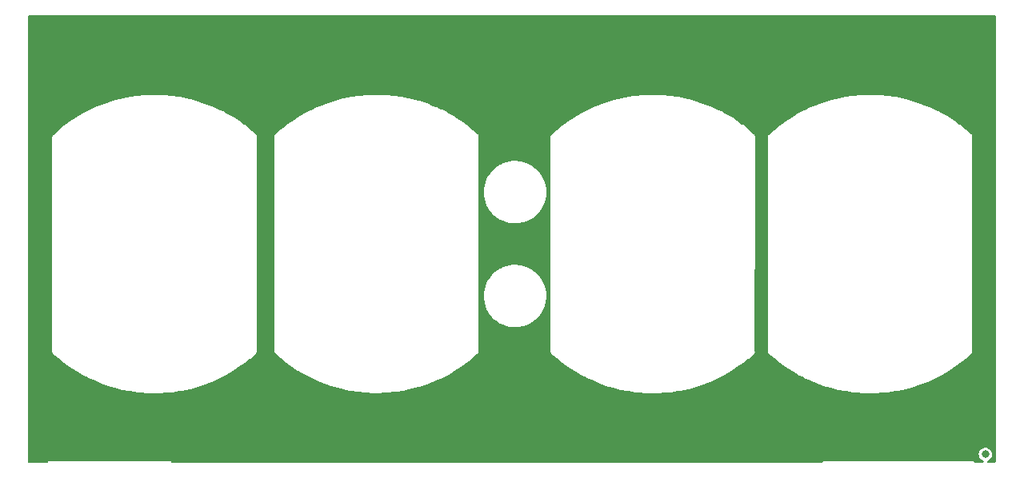
<source format=gbr>
G04 #@! TF.GenerationSoftware,KiCad,Pcbnew,(6.0.0)*
G04 #@! TF.CreationDate,2022-12-26T00:40:54+03:00*
G04 #@! TF.ProjectId,front panel,66726f6e-7420-4706-916e-656c2e6b6963,rev?*
G04 #@! TF.SameCoordinates,Original*
G04 #@! TF.FileFunction,Copper,L2,Bot*
G04 #@! TF.FilePolarity,Positive*
%FSLAX46Y46*%
G04 Gerber Fmt 4.6, Leading zero omitted, Abs format (unit mm)*
G04 Created by KiCad (PCBNEW (6.0.0)) date 2022-12-26 00:40:54*
%MOMM*%
%LPD*%
G01*
G04 APERTURE LIST*
G04 #@! TA.AperFunction,ViaPad*
%ADD10C,0.800000*%
G04 #@! TD*
G04 APERTURE END LIST*
D10*
X210200000Y-98800000D03*
G04 #@! TA.AperFunction,NonConductor*
G36*
X211242121Y-52320002D02*
G01*
X211288614Y-52373658D01*
X211300000Y-52426000D01*
X211300000Y-99574000D01*
X211279998Y-99642121D01*
X211226342Y-99688614D01*
X211174000Y-99700000D01*
X210500600Y-99700000D01*
X210432479Y-99679998D01*
X210385986Y-99626342D01*
X210375882Y-99556068D01*
X210405376Y-99491488D01*
X210443986Y-99461435D01*
X210583714Y-99391159D01*
X210590498Y-99387747D01*
X210719423Y-99277634D01*
X210818361Y-99139947D01*
X210826237Y-99120356D01*
X210878766Y-98989687D01*
X210878767Y-98989685D01*
X210881601Y-98982634D01*
X210905490Y-98814778D01*
X210905645Y-98800000D01*
X210903840Y-98785080D01*
X210886188Y-98639220D01*
X210885276Y-98631680D01*
X210825345Y-98473077D01*
X210729312Y-98333349D01*
X210717514Y-98322837D01*
X210608392Y-98225612D01*
X210608388Y-98225610D01*
X210602721Y-98220560D01*
X210452881Y-98141224D01*
X210288441Y-98099919D01*
X210280843Y-98099879D01*
X210280841Y-98099879D01*
X210203668Y-98099475D01*
X210118895Y-98099031D01*
X210111508Y-98100805D01*
X210111504Y-98100805D01*
X209968162Y-98135220D01*
X209954032Y-98138612D01*
X209947288Y-98142093D01*
X209947285Y-98142094D01*
X209942089Y-98144776D01*
X209803369Y-98216375D01*
X209675604Y-98327831D01*
X209578113Y-98466547D01*
X209516524Y-98624513D01*
X209494394Y-98792611D01*
X209512999Y-98961135D01*
X209571266Y-99120356D01*
X209575502Y-99126659D01*
X209575502Y-99126660D01*
X209588574Y-99146113D01*
X209665830Y-99261083D01*
X209671442Y-99266190D01*
X209671445Y-99266193D01*
X209785612Y-99370077D01*
X209785616Y-99370080D01*
X209791233Y-99375191D01*
X209797906Y-99378814D01*
X209797910Y-99378817D01*
X209933558Y-99452467D01*
X209933560Y-99452468D01*
X209940235Y-99456092D01*
X209945387Y-99457444D01*
X210000598Y-99500523D01*
X210024074Y-99567526D01*
X210007598Y-99636584D01*
X209956403Y-99685773D01*
X209898240Y-99700000D01*
X209126000Y-99700000D01*
X209057879Y-99679998D01*
X209011386Y-99626342D01*
X209000000Y-99574000D01*
X209000000Y-99500000D01*
X193000000Y-99500000D01*
X193000000Y-99574000D01*
X192979998Y-99642121D01*
X192926342Y-99688614D01*
X192874000Y-99700000D01*
X124126000Y-99700000D01*
X124057879Y-99679998D01*
X124011386Y-99626342D01*
X124000000Y-99574000D01*
X124000000Y-99500000D01*
X111000000Y-99500000D01*
X111000000Y-99574000D01*
X110979998Y-99642121D01*
X110926342Y-99688614D01*
X110874000Y-99700000D01*
X109026000Y-99700000D01*
X108957879Y-99679998D01*
X108911386Y-99626342D01*
X108900000Y-99574000D01*
X108900000Y-87938304D01*
X111447791Y-87938304D01*
X111451055Y-87948832D01*
X111451055Y-87948834D01*
X111455994Y-87964767D01*
X111459517Y-87979020D01*
X111465252Y-88009836D01*
X111471357Y-88019743D01*
X111472018Y-88021457D01*
X111472501Y-88022313D01*
X111475853Y-88028829D01*
X111479117Y-88039356D01*
X111489026Y-88052399D01*
X111498315Y-88064627D01*
X111505248Y-88074740D01*
X111517208Y-88094147D01*
X111523884Y-88104980D01*
X111533143Y-88112023D01*
X111534118Y-88113098D01*
X111536938Y-88115466D01*
X111543117Y-88123599D01*
X111543597Y-88123908D01*
X111792334Y-88343189D01*
X112091229Y-88606688D01*
X112112840Y-88625740D01*
X112705985Y-89099982D01*
X113321240Y-89545165D01*
X113325164Y-89547726D01*
X113955894Y-89959420D01*
X113955905Y-89959427D01*
X113957183Y-89960261D01*
X113958487Y-89961026D01*
X113958509Y-89961039D01*
X114578224Y-90324308D01*
X114612343Y-90344308D01*
X114613673Y-90345004D01*
X114613682Y-90345009D01*
X115246986Y-90676420D01*
X115285205Y-90696420D01*
X115974215Y-91015783D01*
X116677779Y-91301658D01*
X116679166Y-91302145D01*
X116679189Y-91302154D01*
X117100209Y-91450072D01*
X117394271Y-91553385D01*
X117395692Y-91553809D01*
X117395696Y-91553810D01*
X117615805Y-91619440D01*
X118122034Y-91770381D01*
X118859387Y-91952144D01*
X119604624Y-92098256D01*
X119606125Y-92098476D01*
X119606131Y-92098477D01*
X120250738Y-92192947D01*
X120356023Y-92208377D01*
X121111846Y-92282254D01*
X121264565Y-92289797D01*
X121868839Y-92319641D01*
X121868859Y-92319641D01*
X121870347Y-92319715D01*
X121871858Y-92319717D01*
X121871862Y-92319717D01*
X122208472Y-92320142D01*
X122629772Y-92320674D01*
X122631263Y-92320604D01*
X122631269Y-92320604D01*
X123056607Y-92300674D01*
X123388365Y-92285129D01*
X123389878Y-92284985D01*
X124142882Y-92213303D01*
X124142889Y-92213302D01*
X124144372Y-92213161D01*
X124524568Y-92158422D01*
X124894556Y-92105153D01*
X124894569Y-92105151D01*
X124896047Y-92104938D01*
X124897516Y-92104654D01*
X124897521Y-92104653D01*
X125094149Y-92066618D01*
X125641651Y-91960710D01*
X125643103Y-91960356D01*
X126378006Y-91781164D01*
X126378024Y-91781159D01*
X126379460Y-91780809D01*
X127107769Y-91565651D01*
X127568855Y-91404964D01*
X127823458Y-91316236D01*
X127823466Y-91316233D01*
X127824895Y-91315735D01*
X128529178Y-91031638D01*
X128530562Y-91031001D01*
X128530573Y-91030996D01*
X129217589Y-90714663D01*
X129218992Y-90714017D01*
X129220341Y-90713315D01*
X129220352Y-90713310D01*
X129891397Y-90364305D01*
X129891412Y-90364297D01*
X129892742Y-90363605D01*
X130548870Y-89981214D01*
X131185859Y-89567726D01*
X131802236Y-89124098D01*
X132371394Y-88671387D01*
X132395392Y-88652299D01*
X132395403Y-88652290D01*
X132396577Y-88651356D01*
X132555510Y-88511956D01*
X132959118Y-88157952D01*
X132959119Y-88157951D01*
X132967086Y-88150963D01*
X132967567Y-88150655D01*
X132987012Y-88125193D01*
X132994804Y-88115946D01*
X133019156Y-88089715D01*
X133023471Y-88078913D01*
X133024251Y-88077680D01*
X133025673Y-88074570D01*
X133031779Y-88066574D01*
X133042543Y-88032160D01*
X133045778Y-88023063D01*
X133046420Y-88021457D01*
X133060610Y-87985928D01*
X133061228Y-87979655D01*
X133061230Y-87975215D01*
X133061458Y-87971687D01*
X133063361Y-87965602D01*
X133061385Y-87922611D01*
X133061287Y-87918304D01*
X134947791Y-87918304D01*
X134951055Y-87928832D01*
X134951055Y-87928834D01*
X134955994Y-87944767D01*
X134959517Y-87959020D01*
X134965252Y-87989836D01*
X134971357Y-87999743D01*
X134972018Y-88001457D01*
X134972501Y-88002313D01*
X134975853Y-88008829D01*
X134979117Y-88019356D01*
X134985785Y-88028133D01*
X134998315Y-88044627D01*
X135005248Y-88054740D01*
X135017781Y-88075077D01*
X135023884Y-88084980D01*
X135033143Y-88092023D01*
X135034118Y-88093098D01*
X135036938Y-88095466D01*
X135043117Y-88103599D01*
X135043597Y-88103908D01*
X135612840Y-88605740D01*
X136205985Y-89079982D01*
X136821240Y-89525165D01*
X136822496Y-89525985D01*
X136822505Y-89525991D01*
X137455894Y-89939420D01*
X137455905Y-89939427D01*
X137457183Y-89940261D01*
X137458487Y-89941026D01*
X137458509Y-89941039D01*
X137959590Y-90234766D01*
X138112343Y-90324308D01*
X138113673Y-90325004D01*
X138113682Y-90325009D01*
X138464128Y-90508399D01*
X138785205Y-90676420D01*
X139474215Y-90995783D01*
X140177779Y-91281658D01*
X140179166Y-91282145D01*
X140179189Y-91282154D01*
X140564108Y-91417388D01*
X140894271Y-91533385D01*
X140895692Y-91533809D01*
X140895696Y-91533810D01*
X141000801Y-91565149D01*
X141622034Y-91750381D01*
X142359387Y-91932144D01*
X142360869Y-91932435D01*
X142360871Y-91932435D01*
X142461396Y-91952144D01*
X143104624Y-92078256D01*
X143106125Y-92078476D01*
X143106131Y-92078477D01*
X143854508Y-92188155D01*
X143856023Y-92188377D01*
X144611846Y-92262254D01*
X144764565Y-92269797D01*
X145368839Y-92299641D01*
X145368859Y-92299641D01*
X145370347Y-92299715D01*
X145371858Y-92299717D01*
X145371862Y-92299717D01*
X145708472Y-92300142D01*
X146129772Y-92300674D01*
X146131263Y-92300604D01*
X146131269Y-92300604D01*
X146472548Y-92284613D01*
X146888365Y-92265129D01*
X146889878Y-92264985D01*
X147642882Y-92193303D01*
X147642889Y-92193302D01*
X147644372Y-92193161D01*
X148024568Y-92138422D01*
X148394556Y-92085153D01*
X148394569Y-92085151D01*
X148396047Y-92084938D01*
X148397516Y-92084654D01*
X148397521Y-92084653D01*
X148594149Y-92046618D01*
X149141651Y-91940710D01*
X149143103Y-91940356D01*
X149878006Y-91761164D01*
X149878024Y-91761159D01*
X149879460Y-91760809D01*
X150607769Y-91545651D01*
X151033205Y-91397388D01*
X151323458Y-91296236D01*
X151323466Y-91296233D01*
X151324895Y-91295735D01*
X152029178Y-91011638D01*
X152030562Y-91011001D01*
X152030573Y-91010996D01*
X152717589Y-90694663D01*
X152718992Y-90694017D01*
X152720341Y-90693315D01*
X152720352Y-90693310D01*
X153391397Y-90344305D01*
X153391412Y-90344297D01*
X153392742Y-90343605D01*
X154048870Y-89961214D01*
X154685859Y-89547726D01*
X155302236Y-89104098D01*
X155535150Y-88918837D01*
X155895392Y-88632299D01*
X155895403Y-88632290D01*
X155896577Y-88631356D01*
X156384946Y-88203008D01*
X156459118Y-88137952D01*
X156459119Y-88137951D01*
X156467086Y-88130963D01*
X156467567Y-88130655D01*
X156475412Y-88120383D01*
X156487010Y-88105195D01*
X156494804Y-88095946D01*
X156519156Y-88069715D01*
X156523471Y-88058913D01*
X156524251Y-88057680D01*
X156525673Y-88054570D01*
X156531779Y-88046574D01*
X156542543Y-88012160D01*
X156545778Y-88003063D01*
X156546420Y-88001457D01*
X156560610Y-87965928D01*
X156561228Y-87959655D01*
X156561230Y-87955215D01*
X156561458Y-87951687D01*
X156563361Y-87945602D01*
X156563026Y-87938304D01*
X164187791Y-87938304D01*
X164191055Y-87948832D01*
X164191055Y-87948834D01*
X164195994Y-87964767D01*
X164199517Y-87979020D01*
X164205252Y-88009836D01*
X164211357Y-88019743D01*
X164212018Y-88021457D01*
X164212501Y-88022313D01*
X164215853Y-88028829D01*
X164219117Y-88039356D01*
X164229026Y-88052399D01*
X164238315Y-88064627D01*
X164245248Y-88074740D01*
X164257208Y-88094147D01*
X164263884Y-88104980D01*
X164273143Y-88112023D01*
X164274118Y-88113098D01*
X164276938Y-88115466D01*
X164283117Y-88123599D01*
X164283597Y-88123908D01*
X164532334Y-88343189D01*
X164831229Y-88606688D01*
X164852840Y-88625740D01*
X165445985Y-89099982D01*
X166061240Y-89545165D01*
X166065164Y-89547726D01*
X166695894Y-89959420D01*
X166695905Y-89959427D01*
X166697183Y-89960261D01*
X166698487Y-89961026D01*
X166698509Y-89961039D01*
X167318224Y-90324308D01*
X167352343Y-90344308D01*
X167353673Y-90345004D01*
X167353682Y-90345009D01*
X167986986Y-90676420D01*
X168025205Y-90696420D01*
X168714215Y-91015783D01*
X169417779Y-91301658D01*
X169419166Y-91302145D01*
X169419189Y-91302154D01*
X169840209Y-91450072D01*
X170134271Y-91553385D01*
X170135692Y-91553809D01*
X170135696Y-91553810D01*
X170355805Y-91619440D01*
X170862034Y-91770381D01*
X171599387Y-91952144D01*
X172344624Y-92098256D01*
X172346125Y-92098476D01*
X172346131Y-92098477D01*
X172990738Y-92192947D01*
X173096023Y-92208377D01*
X173851846Y-92282254D01*
X174004565Y-92289797D01*
X174608839Y-92319641D01*
X174608859Y-92319641D01*
X174610347Y-92319715D01*
X174611858Y-92319717D01*
X174611862Y-92319717D01*
X174948472Y-92320142D01*
X175369772Y-92320674D01*
X175371263Y-92320604D01*
X175371269Y-92320604D01*
X175796607Y-92300674D01*
X176128365Y-92285129D01*
X176129878Y-92284985D01*
X176882882Y-92213303D01*
X176882889Y-92213302D01*
X176884372Y-92213161D01*
X177264568Y-92158422D01*
X177634556Y-92105153D01*
X177634569Y-92105151D01*
X177636047Y-92104938D01*
X177637516Y-92104654D01*
X177637521Y-92104653D01*
X177834149Y-92066618D01*
X178381651Y-91960710D01*
X178383103Y-91960356D01*
X179118006Y-91781164D01*
X179118024Y-91781159D01*
X179119460Y-91780809D01*
X179847769Y-91565651D01*
X180308855Y-91404964D01*
X180563458Y-91316236D01*
X180563466Y-91316233D01*
X180564895Y-91315735D01*
X181269178Y-91031638D01*
X181270562Y-91031001D01*
X181270573Y-91030996D01*
X181957589Y-90714663D01*
X181958992Y-90714017D01*
X181960341Y-90713315D01*
X181960352Y-90713310D01*
X182631397Y-90364305D01*
X182631412Y-90364297D01*
X182632742Y-90363605D01*
X183288870Y-89981214D01*
X183925859Y-89567726D01*
X184542236Y-89124098D01*
X185111394Y-88671387D01*
X185135392Y-88652299D01*
X185135403Y-88652290D01*
X185136577Y-88651356D01*
X185295510Y-88511956D01*
X185699118Y-88157952D01*
X185699119Y-88157951D01*
X185707086Y-88150963D01*
X185707567Y-88150655D01*
X185727012Y-88125193D01*
X185734804Y-88115946D01*
X185759156Y-88089715D01*
X185763471Y-88078913D01*
X185764251Y-88077680D01*
X185765673Y-88074570D01*
X185771779Y-88066574D01*
X185782543Y-88032160D01*
X185785778Y-88023063D01*
X185786420Y-88021457D01*
X185800610Y-87985928D01*
X185801228Y-87979655D01*
X185801230Y-87975215D01*
X185801458Y-87971687D01*
X185803361Y-87965602D01*
X185802106Y-87938304D01*
X187197791Y-87938304D01*
X187201055Y-87948832D01*
X187201055Y-87948834D01*
X187205994Y-87964767D01*
X187209517Y-87979020D01*
X187215252Y-88009836D01*
X187221357Y-88019743D01*
X187222018Y-88021457D01*
X187222501Y-88022313D01*
X187225853Y-88028829D01*
X187229117Y-88039356D01*
X187239026Y-88052399D01*
X187248315Y-88064627D01*
X187255248Y-88074740D01*
X187267208Y-88094147D01*
X187273884Y-88104980D01*
X187283143Y-88112023D01*
X187284118Y-88113098D01*
X187286938Y-88115466D01*
X187293117Y-88123599D01*
X187293597Y-88123908D01*
X187542334Y-88343189D01*
X187841229Y-88606688D01*
X187862840Y-88625740D01*
X188455985Y-89099982D01*
X189071240Y-89545165D01*
X189075164Y-89547726D01*
X189705894Y-89959420D01*
X189705905Y-89959427D01*
X189707183Y-89960261D01*
X189708487Y-89961026D01*
X189708509Y-89961039D01*
X190328224Y-90324308D01*
X190362343Y-90344308D01*
X190363673Y-90345004D01*
X190363682Y-90345009D01*
X190996986Y-90676420D01*
X191035205Y-90696420D01*
X191724215Y-91015783D01*
X192427779Y-91301658D01*
X192429166Y-91302145D01*
X192429189Y-91302154D01*
X192850209Y-91450072D01*
X193144271Y-91553385D01*
X193145692Y-91553809D01*
X193145696Y-91553810D01*
X193365805Y-91619440D01*
X193872034Y-91770381D01*
X194609387Y-91952144D01*
X195354624Y-92098256D01*
X195356125Y-92098476D01*
X195356131Y-92098477D01*
X196000738Y-92192947D01*
X196106023Y-92208377D01*
X196861846Y-92282254D01*
X197014565Y-92289797D01*
X197618839Y-92319641D01*
X197618859Y-92319641D01*
X197620347Y-92319715D01*
X197621858Y-92319717D01*
X197621862Y-92319717D01*
X197958472Y-92320142D01*
X198379772Y-92320674D01*
X198381263Y-92320604D01*
X198381269Y-92320604D01*
X198806607Y-92300674D01*
X199138365Y-92285129D01*
X199139878Y-92284985D01*
X199892882Y-92213303D01*
X199892889Y-92213302D01*
X199894372Y-92213161D01*
X200274568Y-92158422D01*
X200644556Y-92105153D01*
X200644569Y-92105151D01*
X200646047Y-92104938D01*
X200647516Y-92104654D01*
X200647521Y-92104653D01*
X200844149Y-92066618D01*
X201391651Y-91960710D01*
X201393103Y-91960356D01*
X202128006Y-91781164D01*
X202128024Y-91781159D01*
X202129460Y-91780809D01*
X202857769Y-91565651D01*
X203318855Y-91404964D01*
X203573458Y-91316236D01*
X203573466Y-91316233D01*
X203574895Y-91315735D01*
X204279178Y-91031638D01*
X204280562Y-91031001D01*
X204280573Y-91030996D01*
X204967589Y-90714663D01*
X204968992Y-90714017D01*
X204970341Y-90713315D01*
X204970352Y-90713310D01*
X205641397Y-90364305D01*
X205641412Y-90364297D01*
X205642742Y-90363605D01*
X206298870Y-89981214D01*
X206935859Y-89567726D01*
X207552236Y-89124098D01*
X208121394Y-88671387D01*
X208145392Y-88652299D01*
X208145403Y-88652290D01*
X208146577Y-88651356D01*
X208305510Y-88511956D01*
X208709118Y-88157952D01*
X208709119Y-88157951D01*
X208717086Y-88150963D01*
X208717567Y-88150655D01*
X208737012Y-88125193D01*
X208744804Y-88115946D01*
X208769156Y-88089715D01*
X208773471Y-88078913D01*
X208774251Y-88077680D01*
X208775673Y-88074570D01*
X208781779Y-88066574D01*
X208792543Y-88032160D01*
X208795778Y-88023063D01*
X208796420Y-88021457D01*
X208810610Y-87985928D01*
X208811228Y-87979655D01*
X208811230Y-87975215D01*
X208811458Y-87971687D01*
X208813361Y-87965602D01*
X208811385Y-87922611D01*
X208811252Y-87916783D01*
X208811258Y-87902617D01*
X208817875Y-70659715D01*
X208819997Y-65129652D01*
X208820126Y-65124002D01*
X208821587Y-65091736D01*
X208821587Y-65091733D01*
X208822085Y-65080725D01*
X208814016Y-65054990D01*
X208810367Y-65040318D01*
X208806902Y-65021673D01*
X208804777Y-65010239D01*
X208798679Y-65000337D01*
X208797923Y-64998376D01*
X208793732Y-64990294D01*
X208790434Y-64979775D01*
X208783739Y-64971020D01*
X208783737Y-64971017D01*
X208771600Y-64955146D01*
X208764403Y-64944682D01*
X208752271Y-64924984D01*
X208752269Y-64924982D01*
X208746170Y-64915079D01*
X208736914Y-64908035D01*
X208735927Y-64906945D01*
X208732619Y-64904177D01*
X208726164Y-64895737D01*
X208725663Y-64895417D01*
X208348429Y-64565015D01*
X208155709Y-64396220D01*
X208155704Y-64396215D01*
X208154567Y-64395220D01*
X208153376Y-64394274D01*
X207560807Y-63923657D01*
X207560800Y-63923652D01*
X207559613Y-63922709D01*
X207456514Y-63848627D01*
X206943841Y-63480244D01*
X206943827Y-63480234D01*
X206942617Y-63479365D01*
X206443090Y-63155685D01*
X206306273Y-63067031D01*
X206306262Y-63067024D01*
X206305010Y-63066213D01*
X205648266Y-62684211D01*
X205646926Y-62683515D01*
X205646914Y-62683509D01*
X205266041Y-62485850D01*
X204973907Y-62334243D01*
X204283494Y-62017119D01*
X204082554Y-61936288D01*
X203580054Y-61734148D01*
X203580038Y-61734142D01*
X203578626Y-61733574D01*
X202860934Y-61484263D01*
X202132080Y-61269765D01*
X201393751Y-61090576D01*
X200718489Y-60960730D01*
X200649162Y-60947399D01*
X200649154Y-60947398D01*
X200647658Y-60947110D01*
X200646176Y-60946898D01*
X200646156Y-60946895D01*
X199897007Y-60839911D01*
X199896993Y-60839909D01*
X199895527Y-60839700D01*
X199894032Y-60839559D01*
X199894028Y-60839559D01*
X199140592Y-60768735D01*
X199140582Y-60768734D01*
X199139100Y-60768595D01*
X198380129Y-60733959D01*
X198033423Y-60734832D01*
X197621878Y-60735868D01*
X197621870Y-60735868D01*
X197620370Y-60735872D01*
X197618857Y-60735949D01*
X197618845Y-60735949D01*
X196863097Y-60774253D01*
X196863088Y-60774254D01*
X196861582Y-60774330D01*
X196305130Y-60829466D01*
X196107026Y-60849095D01*
X196107023Y-60849095D01*
X196105523Y-60849244D01*
X195353943Y-60960441D01*
X195352486Y-60960729D01*
X195352479Y-60960730D01*
X195168501Y-60997069D01*
X194608581Y-61107662D01*
X194383743Y-61163430D01*
X193872627Y-61290205D01*
X193872613Y-61290209D01*
X193871165Y-61290568D01*
X193143400Y-61508734D01*
X192426973Y-61761656D01*
X192425573Y-61762227D01*
X192425574Y-61762227D01*
X191724959Y-62048169D01*
X191724949Y-62048173D01*
X191723541Y-62048748D01*
X191722173Y-62049385D01*
X191722154Y-62049393D01*
X191077704Y-62349344D01*
X191034734Y-62369344D01*
X191033402Y-62370044D01*
X190363492Y-62721997D01*
X190363480Y-62722004D01*
X190362147Y-62722704D01*
X189707335Y-63108009D01*
X189071817Y-63524367D01*
X189070592Y-63525257D01*
X189070590Y-63525258D01*
X188471167Y-63960570D01*
X188457062Y-63970813D01*
X187864494Y-64446314D01*
X187863359Y-64447319D01*
X187863351Y-64447325D01*
X187303852Y-64942367D01*
X187303851Y-64942369D01*
X187295921Y-64949385D01*
X187295426Y-64949705D01*
X187288777Y-64958490D01*
X187288774Y-64958493D01*
X187276606Y-64974571D01*
X187268503Y-64984231D01*
X187244767Y-65009813D01*
X187240456Y-65020614D01*
X187239661Y-65021871D01*
X187237939Y-65025662D01*
X187231580Y-65034064D01*
X187228336Y-65044597D01*
X187221222Y-65067694D01*
X187217829Y-65077307D01*
X187203340Y-65113611D01*
X187202724Y-65119884D01*
X187202724Y-65122961D01*
X187202723Y-65122973D01*
X187202723Y-65124507D01*
X187202469Y-65128577D01*
X187200438Y-65135173D01*
X187201711Y-65160458D01*
X187202558Y-65177290D01*
X187202717Y-65183624D01*
X187201628Y-74284159D01*
X187200001Y-87889681D01*
X187199853Y-87895767D01*
X187198834Y-87916783D01*
X187197791Y-87938304D01*
X185802106Y-87938304D01*
X185801385Y-87922611D01*
X185801252Y-87916783D01*
X185801258Y-87902617D01*
X185807875Y-70659715D01*
X185809997Y-65129652D01*
X185810126Y-65124002D01*
X185811587Y-65091736D01*
X185811587Y-65091733D01*
X185812085Y-65080725D01*
X185804016Y-65054990D01*
X185800367Y-65040318D01*
X185796902Y-65021673D01*
X185794777Y-65010239D01*
X185788679Y-65000337D01*
X185787923Y-64998376D01*
X185783732Y-64990294D01*
X185780434Y-64979775D01*
X185773739Y-64971020D01*
X185773737Y-64971017D01*
X185761600Y-64955146D01*
X185754403Y-64944682D01*
X185742271Y-64924984D01*
X185742269Y-64924982D01*
X185736170Y-64915079D01*
X185726914Y-64908035D01*
X185725927Y-64906945D01*
X185722619Y-64904177D01*
X185716164Y-64895737D01*
X185715663Y-64895417D01*
X185338429Y-64565015D01*
X185145709Y-64396220D01*
X185145704Y-64396215D01*
X185144567Y-64395220D01*
X185143376Y-64394274D01*
X184550807Y-63923657D01*
X184550800Y-63923652D01*
X184549613Y-63922709D01*
X184446514Y-63848627D01*
X183933841Y-63480244D01*
X183933827Y-63480234D01*
X183932617Y-63479365D01*
X183433090Y-63155685D01*
X183296273Y-63067031D01*
X183296262Y-63067024D01*
X183295010Y-63066213D01*
X182638266Y-62684211D01*
X182636926Y-62683515D01*
X182636914Y-62683509D01*
X182256041Y-62485850D01*
X181963907Y-62334243D01*
X181273494Y-62017119D01*
X181072554Y-61936288D01*
X180570054Y-61734148D01*
X180570038Y-61734142D01*
X180568626Y-61733574D01*
X179850934Y-61484263D01*
X179122080Y-61269765D01*
X178383751Y-61090576D01*
X177708489Y-60960730D01*
X177639162Y-60947399D01*
X177639154Y-60947398D01*
X177637658Y-60947110D01*
X177636176Y-60946898D01*
X177636156Y-60946895D01*
X176887007Y-60839911D01*
X176886993Y-60839909D01*
X176885527Y-60839700D01*
X176884032Y-60839559D01*
X176884028Y-60839559D01*
X176130592Y-60768735D01*
X176130582Y-60768734D01*
X176129100Y-60768595D01*
X175370129Y-60733959D01*
X175023423Y-60734832D01*
X174611878Y-60735868D01*
X174611870Y-60735868D01*
X174610370Y-60735872D01*
X174608857Y-60735949D01*
X174608845Y-60735949D01*
X173853097Y-60774253D01*
X173853088Y-60774254D01*
X173851582Y-60774330D01*
X173295130Y-60829466D01*
X173097026Y-60849095D01*
X173097023Y-60849095D01*
X173095523Y-60849244D01*
X172343943Y-60960441D01*
X172342486Y-60960729D01*
X172342479Y-60960730D01*
X172158501Y-60997069D01*
X171598581Y-61107662D01*
X171373743Y-61163430D01*
X170862627Y-61290205D01*
X170862613Y-61290209D01*
X170861165Y-61290568D01*
X170133400Y-61508734D01*
X169416973Y-61761656D01*
X169415573Y-61762227D01*
X169415574Y-61762227D01*
X168714959Y-62048169D01*
X168714949Y-62048173D01*
X168713541Y-62048748D01*
X168712173Y-62049385D01*
X168712154Y-62049393D01*
X168067704Y-62349344D01*
X168024734Y-62369344D01*
X168023402Y-62370044D01*
X167353492Y-62721997D01*
X167353480Y-62722004D01*
X167352147Y-62722704D01*
X166697335Y-63108009D01*
X166061817Y-63524367D01*
X166060592Y-63525257D01*
X166060590Y-63525258D01*
X165461167Y-63960570D01*
X165447062Y-63970813D01*
X164854494Y-64446314D01*
X164853359Y-64447319D01*
X164853351Y-64447325D01*
X164293852Y-64942367D01*
X164293851Y-64942369D01*
X164285921Y-64949385D01*
X164285426Y-64949705D01*
X164278777Y-64958490D01*
X164278774Y-64958493D01*
X164266606Y-64974571D01*
X164258503Y-64984231D01*
X164234767Y-65009813D01*
X164230456Y-65020614D01*
X164229661Y-65021871D01*
X164227939Y-65025662D01*
X164221580Y-65034064D01*
X164218336Y-65044597D01*
X164211222Y-65067694D01*
X164207829Y-65077307D01*
X164193340Y-65113611D01*
X164192724Y-65119884D01*
X164192724Y-65122961D01*
X164192723Y-65122973D01*
X164192723Y-65124507D01*
X164192469Y-65128577D01*
X164190438Y-65135173D01*
X164191711Y-65160458D01*
X164192558Y-65177290D01*
X164192717Y-65183624D01*
X164191628Y-74284159D01*
X164190001Y-87889681D01*
X164189853Y-87895767D01*
X164188834Y-87916783D01*
X164187791Y-87938304D01*
X156563026Y-87938304D01*
X156561385Y-87902611D01*
X156561252Y-87896783D01*
X156561253Y-87895767D01*
X156563512Y-82008464D01*
X157115173Y-82008464D01*
X157115345Y-82011859D01*
X157115345Y-82011860D01*
X157116835Y-82041266D01*
X157133257Y-82365451D01*
X157189790Y-82718396D01*
X157284110Y-83063172D01*
X157415114Y-83395744D01*
X157416697Y-83398759D01*
X157579685Y-83709207D01*
X157579690Y-83709215D01*
X157581269Y-83712223D01*
X157583163Y-83715041D01*
X157583168Y-83715050D01*
X157672215Y-83847565D01*
X157780632Y-84008907D01*
X158010870Y-84282323D01*
X158269291Y-84529276D01*
X158552870Y-84746874D01*
X158587659Y-84768026D01*
X158855377Y-84930801D01*
X158855382Y-84930804D01*
X158858292Y-84932573D01*
X158861380Y-84934019D01*
X158861379Y-84934019D01*
X159178899Y-85082757D01*
X159178909Y-85082761D01*
X159181983Y-85084201D01*
X159185201Y-85085303D01*
X159185204Y-85085304D01*
X159516932Y-85198880D01*
X159516940Y-85198882D01*
X159520155Y-85199983D01*
X159868855Y-85278566D01*
X159911669Y-85283444D01*
X160220619Y-85318645D01*
X160220627Y-85318645D01*
X160224002Y-85319030D01*
X160227406Y-85319048D01*
X160227409Y-85319048D01*
X160421011Y-85320061D01*
X160581441Y-85320901D01*
X160584827Y-85320551D01*
X160584829Y-85320551D01*
X160933600Y-85284510D01*
X160933609Y-85284509D01*
X160936992Y-85284159D01*
X160940325Y-85283445D01*
X160940328Y-85283444D01*
X161112403Y-85246554D01*
X161286495Y-85209232D01*
X161625862Y-85096997D01*
X161951123Y-84948767D01*
X162046382Y-84892207D01*
X162255527Y-84768026D01*
X162255532Y-84768023D01*
X162258472Y-84766277D01*
X162284315Y-84746874D01*
X162541582Y-84553712D01*
X162544315Y-84551660D01*
X162805307Y-84307427D01*
X163038396Y-84036436D01*
X163211729Y-83784236D01*
X163238925Y-83744666D01*
X163238930Y-83744659D01*
X163240855Y-83741857D01*
X163242467Y-83738863D01*
X163242472Y-83738855D01*
X163408693Y-83430147D01*
X163410315Y-83427135D01*
X163544794Y-83095953D01*
X163555070Y-83059881D01*
X163641785Y-82755462D01*
X163642719Y-82752184D01*
X163702945Y-82399850D01*
X163704844Y-82368812D01*
X163724656Y-82044870D01*
X163724766Y-82043072D01*
X163724847Y-82020000D01*
X163705517Y-81663079D01*
X163647752Y-81310333D01*
X163552230Y-80965888D01*
X163420066Y-80633775D01*
X163344313Y-80490703D01*
X163254406Y-80320897D01*
X163254402Y-80320890D01*
X163252807Y-80317878D01*
X163052410Y-80021892D01*
X162821218Y-79749281D01*
X162561937Y-79503232D01*
X162344900Y-79337894D01*
X162280307Y-79288687D01*
X162280305Y-79288685D01*
X162277600Y-79286625D01*
X162274688Y-79284868D01*
X162274683Y-79284865D01*
X161974453Y-79103755D01*
X161974452Y-79103755D01*
X161971532Y-79101993D01*
X161963689Y-79098352D01*
X161650395Y-78952926D01*
X161650393Y-78952925D01*
X161647314Y-78951496D01*
X161644102Y-78950409D01*
X161644095Y-78950406D01*
X161311975Y-78837990D01*
X161311970Y-78837988D01*
X161308739Y-78836895D01*
X161294833Y-78833812D01*
X161224812Y-78818289D01*
X160959767Y-78759530D01*
X160834234Y-78745671D01*
X160607863Y-78720679D01*
X160607858Y-78720679D01*
X160604482Y-78720306D01*
X160601083Y-78720300D01*
X160601082Y-78720300D01*
X160432596Y-78720006D01*
X160247038Y-78719682D01*
X160114823Y-78733812D01*
X159895001Y-78757304D01*
X159894995Y-78757305D01*
X159891617Y-78757666D01*
X159888294Y-78758390D01*
X159888291Y-78758391D01*
X159879669Y-78760271D01*
X159542378Y-78833812D01*
X159203405Y-78947231D01*
X158878664Y-79096595D01*
X158875730Y-79098351D01*
X158875728Y-79098352D01*
X158784777Y-79152785D01*
X158571953Y-79280158D01*
X158286861Y-79495771D01*
X158284379Y-79498110D01*
X158284373Y-79498115D01*
X158140353Y-79633833D01*
X158026723Y-79740913D01*
X158024511Y-79743503D01*
X158024509Y-79743505D01*
X157987462Y-79786882D01*
X157794581Y-80012716D01*
X157792662Y-80015528D01*
X157792659Y-80015533D01*
X157786397Y-80024713D01*
X157593152Y-80308000D01*
X157424791Y-80623311D01*
X157423516Y-80626483D01*
X157423514Y-80626487D01*
X157419313Y-80636939D01*
X157291469Y-80954961D01*
X157290550Y-80958229D01*
X157290548Y-80958236D01*
X157195665Y-81295792D01*
X157194744Y-81299070D01*
X157135749Y-81651612D01*
X157116138Y-81991726D01*
X157115173Y-82008464D01*
X156563512Y-82008464D01*
X156566962Y-73017004D01*
X156567733Y-71008464D01*
X157125173Y-71008464D01*
X157125345Y-71011859D01*
X157125345Y-71011860D01*
X157126835Y-71041266D01*
X157143257Y-71365451D01*
X157199790Y-71718396D01*
X157294110Y-72063172D01*
X157425114Y-72395744D01*
X157426697Y-72398759D01*
X157589685Y-72709207D01*
X157589690Y-72709215D01*
X157591269Y-72712223D01*
X157593163Y-72715041D01*
X157593168Y-72715050D01*
X157682215Y-72847565D01*
X157790632Y-73008907D01*
X158020870Y-73282323D01*
X158279291Y-73529276D01*
X158562870Y-73746874D01*
X158597659Y-73768026D01*
X158865377Y-73930801D01*
X158865382Y-73930804D01*
X158868292Y-73932573D01*
X158871380Y-73934019D01*
X158871379Y-73934019D01*
X159188899Y-74082757D01*
X159188909Y-74082761D01*
X159191983Y-74084201D01*
X159195201Y-74085303D01*
X159195204Y-74085304D01*
X159526932Y-74198880D01*
X159526940Y-74198882D01*
X159530155Y-74199983D01*
X159878855Y-74278566D01*
X159921669Y-74283444D01*
X160230619Y-74318645D01*
X160230627Y-74318645D01*
X160234002Y-74319030D01*
X160237406Y-74319048D01*
X160237409Y-74319048D01*
X160431011Y-74320061D01*
X160591441Y-74320901D01*
X160594827Y-74320551D01*
X160594829Y-74320551D01*
X160943600Y-74284510D01*
X160943609Y-74284509D01*
X160946992Y-74284159D01*
X160950325Y-74283445D01*
X160950328Y-74283444D01*
X161122403Y-74246554D01*
X161296495Y-74209232D01*
X161635862Y-74096997D01*
X161961123Y-73948767D01*
X162056382Y-73892207D01*
X162265527Y-73768026D01*
X162265532Y-73768023D01*
X162268472Y-73766277D01*
X162294315Y-73746874D01*
X162551582Y-73553712D01*
X162554315Y-73551660D01*
X162815307Y-73307427D01*
X163048396Y-73036436D01*
X163221729Y-72784236D01*
X163248925Y-72744666D01*
X163248930Y-72744659D01*
X163250855Y-72741857D01*
X163252467Y-72738863D01*
X163252472Y-72738855D01*
X163418693Y-72430147D01*
X163420315Y-72427135D01*
X163554794Y-72095953D01*
X163565070Y-72059881D01*
X163651785Y-71755462D01*
X163652719Y-71752184D01*
X163712945Y-71399850D01*
X163714844Y-71368812D01*
X163734656Y-71044870D01*
X163734766Y-71043072D01*
X163734847Y-71020000D01*
X163715517Y-70663079D01*
X163657752Y-70310333D01*
X163562230Y-69965888D01*
X163430066Y-69633775D01*
X163354313Y-69490703D01*
X163264406Y-69320897D01*
X163264402Y-69320890D01*
X163262807Y-69317878D01*
X163062410Y-69021892D01*
X162831218Y-68749281D01*
X162571937Y-68503232D01*
X162354900Y-68337894D01*
X162290307Y-68288687D01*
X162290305Y-68288685D01*
X162287600Y-68286625D01*
X162284688Y-68284868D01*
X162284683Y-68284865D01*
X161984453Y-68103755D01*
X161984452Y-68103755D01*
X161981532Y-68101993D01*
X161973689Y-68098352D01*
X161660395Y-67952926D01*
X161660393Y-67952925D01*
X161657314Y-67951496D01*
X161654102Y-67950409D01*
X161654095Y-67950406D01*
X161321975Y-67837990D01*
X161321970Y-67837988D01*
X161318739Y-67836895D01*
X161304833Y-67833812D01*
X161234812Y-67818289D01*
X160969767Y-67759530D01*
X160844234Y-67745671D01*
X160617863Y-67720679D01*
X160617858Y-67720679D01*
X160614482Y-67720306D01*
X160611083Y-67720300D01*
X160611082Y-67720300D01*
X160442596Y-67720006D01*
X160257038Y-67719682D01*
X160124823Y-67733812D01*
X159905001Y-67757304D01*
X159904995Y-67757305D01*
X159901617Y-67757666D01*
X159898294Y-67758390D01*
X159898291Y-67758391D01*
X159889669Y-67760271D01*
X159552378Y-67833812D01*
X159213405Y-67947231D01*
X158888664Y-68096595D01*
X158885730Y-68098351D01*
X158885728Y-68098352D01*
X158794777Y-68152785D01*
X158581953Y-68280158D01*
X158296861Y-68495771D01*
X158294379Y-68498110D01*
X158294373Y-68498115D01*
X158150353Y-68633833D01*
X158036723Y-68740913D01*
X158034511Y-68743503D01*
X158034509Y-68743505D01*
X157997462Y-68786882D01*
X157804581Y-69012716D01*
X157802662Y-69015528D01*
X157802659Y-69015533D01*
X157796397Y-69024713D01*
X157603152Y-69308000D01*
X157434791Y-69623311D01*
X157433516Y-69626483D01*
X157433514Y-69626487D01*
X157429313Y-69636939D01*
X157301469Y-69954961D01*
X157300550Y-69958229D01*
X157300548Y-69958236D01*
X157205665Y-70295792D01*
X157204744Y-70299070D01*
X157145749Y-70651612D01*
X157126138Y-70991726D01*
X157125173Y-71008464D01*
X156567733Y-71008464D01*
X156569997Y-65109652D01*
X156570126Y-65104002D01*
X156571587Y-65071736D01*
X156571587Y-65071733D01*
X156572085Y-65060725D01*
X156564016Y-65034990D01*
X156560367Y-65020318D01*
X156556902Y-65001673D01*
X156554777Y-64990239D01*
X156548679Y-64980337D01*
X156547923Y-64978376D01*
X156543732Y-64970294D01*
X156540434Y-64959775D01*
X156533739Y-64951020D01*
X156533737Y-64951017D01*
X156521600Y-64935146D01*
X156514403Y-64924682D01*
X156502271Y-64904984D01*
X156502269Y-64904982D01*
X156496170Y-64895079D01*
X156486914Y-64888035D01*
X156485927Y-64886945D01*
X156482619Y-64884177D01*
X156476164Y-64875737D01*
X156475663Y-64875417D01*
X155984647Y-64445358D01*
X155905709Y-64376220D01*
X155905704Y-64376215D01*
X155904567Y-64375220D01*
X155880004Y-64355712D01*
X155310807Y-63903657D01*
X155310800Y-63903652D01*
X155309613Y-63902709D01*
X155206514Y-63828627D01*
X154693841Y-63460244D01*
X154693827Y-63460234D01*
X154692617Y-63459365D01*
X154249392Y-63172167D01*
X154056273Y-63047031D01*
X154056262Y-63047024D01*
X154055010Y-63046213D01*
X153398266Y-62664211D01*
X153396926Y-62663515D01*
X153396914Y-62663509D01*
X153048569Y-62482731D01*
X152723907Y-62314243D01*
X152602782Y-62258607D01*
X152147300Y-62049393D01*
X152033494Y-61997119D01*
X151571398Y-61811233D01*
X151330054Y-61714148D01*
X151330038Y-61714142D01*
X151328626Y-61713574D01*
X150610934Y-61464263D01*
X149882080Y-61249765D01*
X149143751Y-61070576D01*
X148738589Y-60992668D01*
X148399162Y-60927399D01*
X148399154Y-60927398D01*
X148397658Y-60927110D01*
X148396176Y-60926898D01*
X148396156Y-60926895D01*
X147647007Y-60819911D01*
X147646993Y-60819909D01*
X147645527Y-60819700D01*
X147644032Y-60819559D01*
X147644028Y-60819559D01*
X146890592Y-60748735D01*
X146890582Y-60748734D01*
X146889100Y-60748595D01*
X146130129Y-60713959D01*
X145783423Y-60714832D01*
X145371878Y-60715868D01*
X145371870Y-60715868D01*
X145370370Y-60715872D01*
X145368857Y-60715949D01*
X145368845Y-60715949D01*
X144613097Y-60754253D01*
X144613088Y-60754254D01*
X144611582Y-60754330D01*
X143983815Y-60816532D01*
X143857026Y-60829095D01*
X143857023Y-60829095D01*
X143855523Y-60829244D01*
X143103943Y-60940441D01*
X143102486Y-60940729D01*
X143102479Y-60940730D01*
X143068715Y-60947399D01*
X142358581Y-61087662D01*
X142279133Y-61107368D01*
X141622627Y-61270205D01*
X141622613Y-61270209D01*
X141621165Y-61270568D01*
X140893400Y-61488734D01*
X140176973Y-61741656D01*
X140175573Y-61742227D01*
X140175574Y-61742227D01*
X139474959Y-62028169D01*
X139474949Y-62028173D01*
X139473541Y-62028748D01*
X139472173Y-62029385D01*
X139472154Y-62029393D01*
X138815698Y-62334932D01*
X138784734Y-62349344D01*
X138746666Y-62369344D01*
X138113492Y-62701997D01*
X138113480Y-62702004D01*
X138112147Y-62702704D01*
X137457335Y-63088009D01*
X137456049Y-63088851D01*
X137456045Y-63088854D01*
X137425518Y-63108854D01*
X136821817Y-63504367D01*
X136820592Y-63505257D01*
X136820590Y-63505258D01*
X136244456Y-63923657D01*
X136207062Y-63950813D01*
X135614494Y-64426314D01*
X135613359Y-64427319D01*
X135613351Y-64427325D01*
X135053852Y-64922367D01*
X135053851Y-64922369D01*
X135045921Y-64929385D01*
X135045426Y-64929705D01*
X135038777Y-64938490D01*
X135038774Y-64938493D01*
X135026606Y-64954571D01*
X135018503Y-64964231D01*
X134994767Y-64989813D01*
X134990456Y-65000614D01*
X134989661Y-65001871D01*
X134987939Y-65005662D01*
X134981580Y-65014064D01*
X134978336Y-65024597D01*
X134971222Y-65047694D01*
X134967829Y-65057307D01*
X134953340Y-65093611D01*
X134952724Y-65099884D01*
X134952724Y-65102961D01*
X134952723Y-65102973D01*
X134952723Y-65104507D01*
X134952469Y-65108577D01*
X134950438Y-65115173D01*
X134951999Y-65146178D01*
X134952558Y-65157290D01*
X134952717Y-65163624D01*
X134951690Y-73746874D01*
X134950001Y-87869681D01*
X134949853Y-87875767D01*
X134947791Y-87918304D01*
X133061287Y-87918304D01*
X133061252Y-87916783D01*
X133061258Y-87902617D01*
X133067875Y-70659715D01*
X133069997Y-65129652D01*
X133070126Y-65124002D01*
X133071587Y-65091736D01*
X133071587Y-65091733D01*
X133072085Y-65080725D01*
X133064016Y-65054990D01*
X133060367Y-65040318D01*
X133056902Y-65021673D01*
X133054777Y-65010239D01*
X133048679Y-65000337D01*
X133047923Y-64998376D01*
X133043732Y-64990294D01*
X133040434Y-64979775D01*
X133033739Y-64971020D01*
X133033737Y-64971017D01*
X133021600Y-64955146D01*
X133014403Y-64944682D01*
X133002271Y-64924984D01*
X133002269Y-64924982D01*
X132996170Y-64915079D01*
X132986914Y-64908035D01*
X132985927Y-64906945D01*
X132982619Y-64904177D01*
X132976164Y-64895737D01*
X132975663Y-64895417D01*
X132598429Y-64565015D01*
X132405709Y-64396220D01*
X132405704Y-64396215D01*
X132404567Y-64395220D01*
X132403376Y-64394274D01*
X131810807Y-63923657D01*
X131810800Y-63923652D01*
X131809613Y-63922709D01*
X131706514Y-63848627D01*
X131193841Y-63480244D01*
X131193827Y-63480234D01*
X131192617Y-63479365D01*
X130693090Y-63155685D01*
X130556273Y-63067031D01*
X130556262Y-63067024D01*
X130555010Y-63066213D01*
X129898266Y-62684211D01*
X129896926Y-62683515D01*
X129896914Y-62683509D01*
X129516041Y-62485850D01*
X129223907Y-62334243D01*
X128533494Y-62017119D01*
X128332554Y-61936288D01*
X127830054Y-61734148D01*
X127830038Y-61734142D01*
X127828626Y-61733574D01*
X127110934Y-61484263D01*
X126382080Y-61269765D01*
X125643751Y-61090576D01*
X124968489Y-60960730D01*
X124899162Y-60947399D01*
X124899154Y-60947398D01*
X124897658Y-60947110D01*
X124896176Y-60946898D01*
X124896156Y-60946895D01*
X124147007Y-60839911D01*
X124146993Y-60839909D01*
X124145527Y-60839700D01*
X124144032Y-60839559D01*
X124144028Y-60839559D01*
X123390592Y-60768735D01*
X123390582Y-60768734D01*
X123389100Y-60768595D01*
X122630129Y-60733959D01*
X122283423Y-60734832D01*
X121871878Y-60735868D01*
X121871870Y-60735868D01*
X121870370Y-60735872D01*
X121868857Y-60735949D01*
X121868845Y-60735949D01*
X121113097Y-60774253D01*
X121113088Y-60774254D01*
X121111582Y-60774330D01*
X120555130Y-60829466D01*
X120357026Y-60849095D01*
X120357023Y-60849095D01*
X120355523Y-60849244D01*
X119603943Y-60960441D01*
X119602486Y-60960729D01*
X119602479Y-60960730D01*
X119418501Y-60997069D01*
X118858581Y-61107662D01*
X118633743Y-61163430D01*
X118122627Y-61290205D01*
X118122613Y-61290209D01*
X118121165Y-61290568D01*
X117393400Y-61508734D01*
X116676973Y-61761656D01*
X116675573Y-61762227D01*
X116675574Y-61762227D01*
X115974959Y-62048169D01*
X115974949Y-62048173D01*
X115973541Y-62048748D01*
X115972173Y-62049385D01*
X115972154Y-62049393D01*
X115327704Y-62349344D01*
X115284734Y-62369344D01*
X115283402Y-62370044D01*
X114613492Y-62721997D01*
X114613480Y-62722004D01*
X114612147Y-62722704D01*
X113957335Y-63108009D01*
X113321817Y-63524367D01*
X113320592Y-63525257D01*
X113320590Y-63525258D01*
X112721167Y-63960570D01*
X112707062Y-63970813D01*
X112114494Y-64446314D01*
X112113359Y-64447319D01*
X112113351Y-64447325D01*
X111553852Y-64942367D01*
X111553851Y-64942369D01*
X111545921Y-64949385D01*
X111545426Y-64949705D01*
X111538777Y-64958490D01*
X111538774Y-64958493D01*
X111526606Y-64974571D01*
X111518503Y-64984231D01*
X111494767Y-65009813D01*
X111490456Y-65020614D01*
X111489661Y-65021871D01*
X111487939Y-65025662D01*
X111481580Y-65034064D01*
X111478336Y-65044597D01*
X111471222Y-65067694D01*
X111467829Y-65077307D01*
X111453340Y-65113611D01*
X111452724Y-65119884D01*
X111452724Y-65122961D01*
X111452723Y-65122973D01*
X111452723Y-65124507D01*
X111452469Y-65128577D01*
X111450438Y-65135173D01*
X111451711Y-65160458D01*
X111452558Y-65177290D01*
X111452717Y-65183624D01*
X111451628Y-74284159D01*
X111450001Y-87889681D01*
X111449853Y-87895767D01*
X111448834Y-87916783D01*
X111447791Y-87938304D01*
X108900000Y-87938304D01*
X108900000Y-52426000D01*
X108920002Y-52357879D01*
X108973658Y-52311386D01*
X109026000Y-52300000D01*
X211174000Y-52300000D01*
X211242121Y-52320002D01*
G37*
G04 #@! TD.AperFunction*
M02*

</source>
